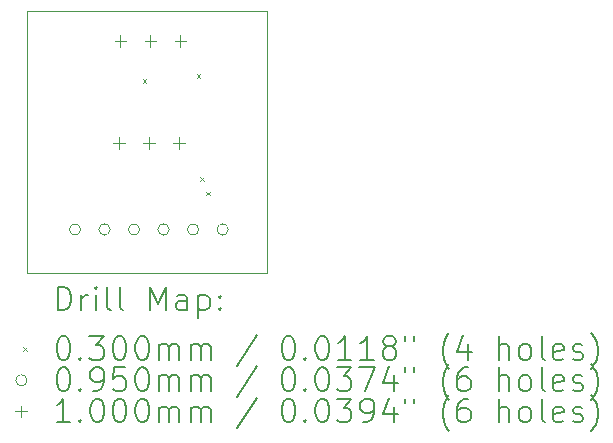
<source format=gbr>
%TF.GenerationSoftware,KiCad,Pcbnew,8.0.3*%
%TF.CreationDate,2024-11-04T16:36:46-08:00*%
%TF.ProjectId,MicPCB,4d696350-4342-42e6-9b69-6361645f7063,rev?*%
%TF.SameCoordinates,Original*%
%TF.FileFunction,Drillmap*%
%TF.FilePolarity,Positive*%
%FSLAX45Y45*%
G04 Gerber Fmt 4.5, Leading zero omitted, Abs format (unit mm)*
G04 Created by KiCad (PCBNEW 8.0.3) date 2024-11-04 16:36:46*
%MOMM*%
%LPD*%
G01*
G04 APERTURE LIST*
%ADD10C,0.050000*%
%ADD11C,0.200000*%
%ADD12C,0.100000*%
G04 APERTURE END LIST*
D10*
X8686800Y-5613400D02*
X10713720Y-5613400D01*
X10713720Y-7833360D01*
X8686800Y-7833360D01*
X8686800Y-5613400D01*
D11*
D12*
X9662400Y-6192760D02*
X9692400Y-6222760D01*
X9692400Y-6192760D02*
X9662400Y-6222760D01*
X10119600Y-6147040D02*
X10149600Y-6177040D01*
X10149600Y-6147040D02*
X10119600Y-6177040D01*
X10150080Y-7020800D02*
X10180080Y-7050800D01*
X10180080Y-7020800D02*
X10150080Y-7050800D01*
X10200880Y-7142720D02*
X10230880Y-7172720D01*
X10230880Y-7142720D02*
X10200880Y-7172720D01*
X9138000Y-7463000D02*
G75*
G02*
X9043000Y-7463000I-47500J0D01*
G01*
X9043000Y-7463000D02*
G75*
G02*
X9138000Y-7463000I47500J0D01*
G01*
X9388000Y-7463000D02*
G75*
G02*
X9293000Y-7463000I-47500J0D01*
G01*
X9293000Y-7463000D02*
G75*
G02*
X9388000Y-7463000I47500J0D01*
G01*
X9638000Y-7463000D02*
G75*
G02*
X9543000Y-7463000I-47500J0D01*
G01*
X9543000Y-7463000D02*
G75*
G02*
X9638000Y-7463000I47500J0D01*
G01*
X9888000Y-7463000D02*
G75*
G02*
X9793000Y-7463000I-47500J0D01*
G01*
X9793000Y-7463000D02*
G75*
G02*
X9888000Y-7463000I47500J0D01*
G01*
X10138000Y-7463000D02*
G75*
G02*
X10043000Y-7463000I-47500J0D01*
G01*
X10043000Y-7463000D02*
G75*
G02*
X10138000Y-7463000I47500J0D01*
G01*
X10388000Y-7463000D02*
G75*
G02*
X10293000Y-7463000I-47500J0D01*
G01*
X10293000Y-7463000D02*
G75*
G02*
X10388000Y-7463000I47500J0D01*
G01*
X9461500Y-6681000D02*
X9461500Y-6781000D01*
X9411500Y-6731000D02*
X9511500Y-6731000D01*
X9475700Y-5819980D02*
X9475700Y-5919980D01*
X9425700Y-5869980D02*
X9525700Y-5869980D01*
X9715500Y-6681000D02*
X9715500Y-6781000D01*
X9665500Y-6731000D02*
X9765500Y-6731000D01*
X9729700Y-5819980D02*
X9729700Y-5919980D01*
X9679700Y-5869980D02*
X9779700Y-5869980D01*
X9969500Y-6681000D02*
X9969500Y-6781000D01*
X9919500Y-6731000D02*
X10019500Y-6731000D01*
X9983700Y-5819980D02*
X9983700Y-5919980D01*
X9933700Y-5869980D02*
X10033700Y-5869980D01*
D11*
X8945077Y-8147344D02*
X8945077Y-7947344D01*
X8945077Y-7947344D02*
X8992696Y-7947344D01*
X8992696Y-7947344D02*
X9021267Y-7956868D01*
X9021267Y-7956868D02*
X9040315Y-7975915D01*
X9040315Y-7975915D02*
X9049839Y-7994963D01*
X9049839Y-7994963D02*
X9059363Y-8033058D01*
X9059363Y-8033058D02*
X9059363Y-8061629D01*
X9059363Y-8061629D02*
X9049839Y-8099725D01*
X9049839Y-8099725D02*
X9040315Y-8118772D01*
X9040315Y-8118772D02*
X9021267Y-8137820D01*
X9021267Y-8137820D02*
X8992696Y-8147344D01*
X8992696Y-8147344D02*
X8945077Y-8147344D01*
X9145077Y-8147344D02*
X9145077Y-8014010D01*
X9145077Y-8052106D02*
X9154601Y-8033058D01*
X9154601Y-8033058D02*
X9164124Y-8023534D01*
X9164124Y-8023534D02*
X9183172Y-8014010D01*
X9183172Y-8014010D02*
X9202220Y-8014010D01*
X9268886Y-8147344D02*
X9268886Y-8014010D01*
X9268886Y-7947344D02*
X9259363Y-7956868D01*
X9259363Y-7956868D02*
X9268886Y-7966391D01*
X9268886Y-7966391D02*
X9278410Y-7956868D01*
X9278410Y-7956868D02*
X9268886Y-7947344D01*
X9268886Y-7947344D02*
X9268886Y-7966391D01*
X9392696Y-8147344D02*
X9373648Y-8137820D01*
X9373648Y-8137820D02*
X9364124Y-8118772D01*
X9364124Y-8118772D02*
X9364124Y-7947344D01*
X9497458Y-8147344D02*
X9478410Y-8137820D01*
X9478410Y-8137820D02*
X9468886Y-8118772D01*
X9468886Y-8118772D02*
X9468886Y-7947344D01*
X9726029Y-8147344D02*
X9726029Y-7947344D01*
X9726029Y-7947344D02*
X9792696Y-8090201D01*
X9792696Y-8090201D02*
X9859363Y-7947344D01*
X9859363Y-7947344D02*
X9859363Y-8147344D01*
X10040315Y-8147344D02*
X10040315Y-8042582D01*
X10040315Y-8042582D02*
X10030791Y-8023534D01*
X10030791Y-8023534D02*
X10011744Y-8014010D01*
X10011744Y-8014010D02*
X9973648Y-8014010D01*
X9973648Y-8014010D02*
X9954601Y-8023534D01*
X10040315Y-8137820D02*
X10021267Y-8147344D01*
X10021267Y-8147344D02*
X9973648Y-8147344D01*
X9973648Y-8147344D02*
X9954601Y-8137820D01*
X9954601Y-8137820D02*
X9945077Y-8118772D01*
X9945077Y-8118772D02*
X9945077Y-8099725D01*
X9945077Y-8099725D02*
X9954601Y-8080677D01*
X9954601Y-8080677D02*
X9973648Y-8071153D01*
X9973648Y-8071153D02*
X10021267Y-8071153D01*
X10021267Y-8071153D02*
X10040315Y-8061629D01*
X10135553Y-8014010D02*
X10135553Y-8214010D01*
X10135553Y-8023534D02*
X10154601Y-8014010D01*
X10154601Y-8014010D02*
X10192696Y-8014010D01*
X10192696Y-8014010D02*
X10211744Y-8023534D01*
X10211744Y-8023534D02*
X10221267Y-8033058D01*
X10221267Y-8033058D02*
X10230791Y-8052106D01*
X10230791Y-8052106D02*
X10230791Y-8109248D01*
X10230791Y-8109248D02*
X10221267Y-8128296D01*
X10221267Y-8128296D02*
X10211744Y-8137820D01*
X10211744Y-8137820D02*
X10192696Y-8147344D01*
X10192696Y-8147344D02*
X10154601Y-8147344D01*
X10154601Y-8147344D02*
X10135553Y-8137820D01*
X10316505Y-8128296D02*
X10326029Y-8137820D01*
X10326029Y-8137820D02*
X10316505Y-8147344D01*
X10316505Y-8147344D02*
X10306982Y-8137820D01*
X10306982Y-8137820D02*
X10316505Y-8128296D01*
X10316505Y-8128296D02*
X10316505Y-8147344D01*
X10316505Y-8023534D02*
X10326029Y-8033058D01*
X10326029Y-8033058D02*
X10316505Y-8042582D01*
X10316505Y-8042582D02*
X10306982Y-8033058D01*
X10306982Y-8033058D02*
X10316505Y-8023534D01*
X10316505Y-8023534D02*
X10316505Y-8042582D01*
D12*
X8654300Y-8460860D02*
X8684300Y-8490860D01*
X8684300Y-8460860D02*
X8654300Y-8490860D01*
D11*
X8983172Y-8367344D02*
X9002220Y-8367344D01*
X9002220Y-8367344D02*
X9021267Y-8376868D01*
X9021267Y-8376868D02*
X9030791Y-8386391D01*
X9030791Y-8386391D02*
X9040315Y-8405439D01*
X9040315Y-8405439D02*
X9049839Y-8443534D01*
X9049839Y-8443534D02*
X9049839Y-8491153D01*
X9049839Y-8491153D02*
X9040315Y-8529249D01*
X9040315Y-8529249D02*
X9030791Y-8548296D01*
X9030791Y-8548296D02*
X9021267Y-8557820D01*
X9021267Y-8557820D02*
X9002220Y-8567344D01*
X9002220Y-8567344D02*
X8983172Y-8567344D01*
X8983172Y-8567344D02*
X8964124Y-8557820D01*
X8964124Y-8557820D02*
X8954601Y-8548296D01*
X8954601Y-8548296D02*
X8945077Y-8529249D01*
X8945077Y-8529249D02*
X8935553Y-8491153D01*
X8935553Y-8491153D02*
X8935553Y-8443534D01*
X8935553Y-8443534D02*
X8945077Y-8405439D01*
X8945077Y-8405439D02*
X8954601Y-8386391D01*
X8954601Y-8386391D02*
X8964124Y-8376868D01*
X8964124Y-8376868D02*
X8983172Y-8367344D01*
X9135553Y-8548296D02*
X9145077Y-8557820D01*
X9145077Y-8557820D02*
X9135553Y-8567344D01*
X9135553Y-8567344D02*
X9126029Y-8557820D01*
X9126029Y-8557820D02*
X9135553Y-8548296D01*
X9135553Y-8548296D02*
X9135553Y-8567344D01*
X9211744Y-8367344D02*
X9335553Y-8367344D01*
X9335553Y-8367344D02*
X9268886Y-8443534D01*
X9268886Y-8443534D02*
X9297458Y-8443534D01*
X9297458Y-8443534D02*
X9316505Y-8453058D01*
X9316505Y-8453058D02*
X9326029Y-8462582D01*
X9326029Y-8462582D02*
X9335553Y-8481630D01*
X9335553Y-8481630D02*
X9335553Y-8529249D01*
X9335553Y-8529249D02*
X9326029Y-8548296D01*
X9326029Y-8548296D02*
X9316505Y-8557820D01*
X9316505Y-8557820D02*
X9297458Y-8567344D01*
X9297458Y-8567344D02*
X9240315Y-8567344D01*
X9240315Y-8567344D02*
X9221267Y-8557820D01*
X9221267Y-8557820D02*
X9211744Y-8548296D01*
X9459363Y-8367344D02*
X9478410Y-8367344D01*
X9478410Y-8367344D02*
X9497458Y-8376868D01*
X9497458Y-8376868D02*
X9506982Y-8386391D01*
X9506982Y-8386391D02*
X9516505Y-8405439D01*
X9516505Y-8405439D02*
X9526029Y-8443534D01*
X9526029Y-8443534D02*
X9526029Y-8491153D01*
X9526029Y-8491153D02*
X9516505Y-8529249D01*
X9516505Y-8529249D02*
X9506982Y-8548296D01*
X9506982Y-8548296D02*
X9497458Y-8557820D01*
X9497458Y-8557820D02*
X9478410Y-8567344D01*
X9478410Y-8567344D02*
X9459363Y-8567344D01*
X9459363Y-8567344D02*
X9440315Y-8557820D01*
X9440315Y-8557820D02*
X9430791Y-8548296D01*
X9430791Y-8548296D02*
X9421267Y-8529249D01*
X9421267Y-8529249D02*
X9411744Y-8491153D01*
X9411744Y-8491153D02*
X9411744Y-8443534D01*
X9411744Y-8443534D02*
X9421267Y-8405439D01*
X9421267Y-8405439D02*
X9430791Y-8386391D01*
X9430791Y-8386391D02*
X9440315Y-8376868D01*
X9440315Y-8376868D02*
X9459363Y-8367344D01*
X9649839Y-8367344D02*
X9668886Y-8367344D01*
X9668886Y-8367344D02*
X9687934Y-8376868D01*
X9687934Y-8376868D02*
X9697458Y-8386391D01*
X9697458Y-8386391D02*
X9706982Y-8405439D01*
X9706982Y-8405439D02*
X9716505Y-8443534D01*
X9716505Y-8443534D02*
X9716505Y-8491153D01*
X9716505Y-8491153D02*
X9706982Y-8529249D01*
X9706982Y-8529249D02*
X9697458Y-8548296D01*
X9697458Y-8548296D02*
X9687934Y-8557820D01*
X9687934Y-8557820D02*
X9668886Y-8567344D01*
X9668886Y-8567344D02*
X9649839Y-8567344D01*
X9649839Y-8567344D02*
X9630791Y-8557820D01*
X9630791Y-8557820D02*
X9621267Y-8548296D01*
X9621267Y-8548296D02*
X9611744Y-8529249D01*
X9611744Y-8529249D02*
X9602220Y-8491153D01*
X9602220Y-8491153D02*
X9602220Y-8443534D01*
X9602220Y-8443534D02*
X9611744Y-8405439D01*
X9611744Y-8405439D02*
X9621267Y-8386391D01*
X9621267Y-8386391D02*
X9630791Y-8376868D01*
X9630791Y-8376868D02*
X9649839Y-8367344D01*
X9802220Y-8567344D02*
X9802220Y-8434010D01*
X9802220Y-8453058D02*
X9811744Y-8443534D01*
X9811744Y-8443534D02*
X9830791Y-8434010D01*
X9830791Y-8434010D02*
X9859363Y-8434010D01*
X9859363Y-8434010D02*
X9878410Y-8443534D01*
X9878410Y-8443534D02*
X9887934Y-8462582D01*
X9887934Y-8462582D02*
X9887934Y-8567344D01*
X9887934Y-8462582D02*
X9897458Y-8443534D01*
X9897458Y-8443534D02*
X9916505Y-8434010D01*
X9916505Y-8434010D02*
X9945077Y-8434010D01*
X9945077Y-8434010D02*
X9964125Y-8443534D01*
X9964125Y-8443534D02*
X9973648Y-8462582D01*
X9973648Y-8462582D02*
X9973648Y-8567344D01*
X10068886Y-8567344D02*
X10068886Y-8434010D01*
X10068886Y-8453058D02*
X10078410Y-8443534D01*
X10078410Y-8443534D02*
X10097458Y-8434010D01*
X10097458Y-8434010D02*
X10126029Y-8434010D01*
X10126029Y-8434010D02*
X10145077Y-8443534D01*
X10145077Y-8443534D02*
X10154601Y-8462582D01*
X10154601Y-8462582D02*
X10154601Y-8567344D01*
X10154601Y-8462582D02*
X10164125Y-8443534D01*
X10164125Y-8443534D02*
X10183172Y-8434010D01*
X10183172Y-8434010D02*
X10211744Y-8434010D01*
X10211744Y-8434010D02*
X10230791Y-8443534D01*
X10230791Y-8443534D02*
X10240315Y-8462582D01*
X10240315Y-8462582D02*
X10240315Y-8567344D01*
X10630791Y-8357820D02*
X10459363Y-8614963D01*
X10887934Y-8367344D02*
X10906982Y-8367344D01*
X10906982Y-8367344D02*
X10926029Y-8376868D01*
X10926029Y-8376868D02*
X10935553Y-8386391D01*
X10935553Y-8386391D02*
X10945077Y-8405439D01*
X10945077Y-8405439D02*
X10954601Y-8443534D01*
X10954601Y-8443534D02*
X10954601Y-8491153D01*
X10954601Y-8491153D02*
X10945077Y-8529249D01*
X10945077Y-8529249D02*
X10935553Y-8548296D01*
X10935553Y-8548296D02*
X10926029Y-8557820D01*
X10926029Y-8557820D02*
X10906982Y-8567344D01*
X10906982Y-8567344D02*
X10887934Y-8567344D01*
X10887934Y-8567344D02*
X10868887Y-8557820D01*
X10868887Y-8557820D02*
X10859363Y-8548296D01*
X10859363Y-8548296D02*
X10849839Y-8529249D01*
X10849839Y-8529249D02*
X10840315Y-8491153D01*
X10840315Y-8491153D02*
X10840315Y-8443534D01*
X10840315Y-8443534D02*
X10849839Y-8405439D01*
X10849839Y-8405439D02*
X10859363Y-8386391D01*
X10859363Y-8386391D02*
X10868887Y-8376868D01*
X10868887Y-8376868D02*
X10887934Y-8367344D01*
X11040315Y-8548296D02*
X11049839Y-8557820D01*
X11049839Y-8557820D02*
X11040315Y-8567344D01*
X11040315Y-8567344D02*
X11030791Y-8557820D01*
X11030791Y-8557820D02*
X11040315Y-8548296D01*
X11040315Y-8548296D02*
X11040315Y-8567344D01*
X11173648Y-8367344D02*
X11192696Y-8367344D01*
X11192696Y-8367344D02*
X11211744Y-8376868D01*
X11211744Y-8376868D02*
X11221267Y-8386391D01*
X11221267Y-8386391D02*
X11230791Y-8405439D01*
X11230791Y-8405439D02*
X11240315Y-8443534D01*
X11240315Y-8443534D02*
X11240315Y-8491153D01*
X11240315Y-8491153D02*
X11230791Y-8529249D01*
X11230791Y-8529249D02*
X11221267Y-8548296D01*
X11221267Y-8548296D02*
X11211744Y-8557820D01*
X11211744Y-8557820D02*
X11192696Y-8567344D01*
X11192696Y-8567344D02*
X11173648Y-8567344D01*
X11173648Y-8567344D02*
X11154601Y-8557820D01*
X11154601Y-8557820D02*
X11145077Y-8548296D01*
X11145077Y-8548296D02*
X11135553Y-8529249D01*
X11135553Y-8529249D02*
X11126029Y-8491153D01*
X11126029Y-8491153D02*
X11126029Y-8443534D01*
X11126029Y-8443534D02*
X11135553Y-8405439D01*
X11135553Y-8405439D02*
X11145077Y-8386391D01*
X11145077Y-8386391D02*
X11154601Y-8376868D01*
X11154601Y-8376868D02*
X11173648Y-8367344D01*
X11430791Y-8567344D02*
X11316506Y-8567344D01*
X11373648Y-8567344D02*
X11373648Y-8367344D01*
X11373648Y-8367344D02*
X11354601Y-8395915D01*
X11354601Y-8395915D02*
X11335553Y-8414963D01*
X11335553Y-8414963D02*
X11316506Y-8424487D01*
X11621267Y-8567344D02*
X11506982Y-8567344D01*
X11564125Y-8567344D02*
X11564125Y-8367344D01*
X11564125Y-8367344D02*
X11545077Y-8395915D01*
X11545077Y-8395915D02*
X11526029Y-8414963D01*
X11526029Y-8414963D02*
X11506982Y-8424487D01*
X11735553Y-8453058D02*
X11716506Y-8443534D01*
X11716506Y-8443534D02*
X11706982Y-8434010D01*
X11706982Y-8434010D02*
X11697458Y-8414963D01*
X11697458Y-8414963D02*
X11697458Y-8405439D01*
X11697458Y-8405439D02*
X11706982Y-8386391D01*
X11706982Y-8386391D02*
X11716506Y-8376868D01*
X11716506Y-8376868D02*
X11735553Y-8367344D01*
X11735553Y-8367344D02*
X11773648Y-8367344D01*
X11773648Y-8367344D02*
X11792696Y-8376868D01*
X11792696Y-8376868D02*
X11802220Y-8386391D01*
X11802220Y-8386391D02*
X11811744Y-8405439D01*
X11811744Y-8405439D02*
X11811744Y-8414963D01*
X11811744Y-8414963D02*
X11802220Y-8434010D01*
X11802220Y-8434010D02*
X11792696Y-8443534D01*
X11792696Y-8443534D02*
X11773648Y-8453058D01*
X11773648Y-8453058D02*
X11735553Y-8453058D01*
X11735553Y-8453058D02*
X11716506Y-8462582D01*
X11716506Y-8462582D02*
X11706982Y-8472106D01*
X11706982Y-8472106D02*
X11697458Y-8491153D01*
X11697458Y-8491153D02*
X11697458Y-8529249D01*
X11697458Y-8529249D02*
X11706982Y-8548296D01*
X11706982Y-8548296D02*
X11716506Y-8557820D01*
X11716506Y-8557820D02*
X11735553Y-8567344D01*
X11735553Y-8567344D02*
X11773648Y-8567344D01*
X11773648Y-8567344D02*
X11792696Y-8557820D01*
X11792696Y-8557820D02*
X11802220Y-8548296D01*
X11802220Y-8548296D02*
X11811744Y-8529249D01*
X11811744Y-8529249D02*
X11811744Y-8491153D01*
X11811744Y-8491153D02*
X11802220Y-8472106D01*
X11802220Y-8472106D02*
X11792696Y-8462582D01*
X11792696Y-8462582D02*
X11773648Y-8453058D01*
X11887934Y-8367344D02*
X11887934Y-8405439D01*
X11964125Y-8367344D02*
X11964125Y-8405439D01*
X12259363Y-8643534D02*
X12249839Y-8634010D01*
X12249839Y-8634010D02*
X12230791Y-8605439D01*
X12230791Y-8605439D02*
X12221268Y-8586391D01*
X12221268Y-8586391D02*
X12211744Y-8557820D01*
X12211744Y-8557820D02*
X12202220Y-8510201D01*
X12202220Y-8510201D02*
X12202220Y-8472106D01*
X12202220Y-8472106D02*
X12211744Y-8424487D01*
X12211744Y-8424487D02*
X12221268Y-8395915D01*
X12221268Y-8395915D02*
X12230791Y-8376868D01*
X12230791Y-8376868D02*
X12249839Y-8348296D01*
X12249839Y-8348296D02*
X12259363Y-8338772D01*
X12421268Y-8434010D02*
X12421268Y-8567344D01*
X12373648Y-8357820D02*
X12326029Y-8500677D01*
X12326029Y-8500677D02*
X12449839Y-8500677D01*
X12678410Y-8567344D02*
X12678410Y-8367344D01*
X12764125Y-8567344D02*
X12764125Y-8462582D01*
X12764125Y-8462582D02*
X12754601Y-8443534D01*
X12754601Y-8443534D02*
X12735553Y-8434010D01*
X12735553Y-8434010D02*
X12706982Y-8434010D01*
X12706982Y-8434010D02*
X12687934Y-8443534D01*
X12687934Y-8443534D02*
X12678410Y-8453058D01*
X12887934Y-8567344D02*
X12868887Y-8557820D01*
X12868887Y-8557820D02*
X12859363Y-8548296D01*
X12859363Y-8548296D02*
X12849839Y-8529249D01*
X12849839Y-8529249D02*
X12849839Y-8472106D01*
X12849839Y-8472106D02*
X12859363Y-8453058D01*
X12859363Y-8453058D02*
X12868887Y-8443534D01*
X12868887Y-8443534D02*
X12887934Y-8434010D01*
X12887934Y-8434010D02*
X12916506Y-8434010D01*
X12916506Y-8434010D02*
X12935553Y-8443534D01*
X12935553Y-8443534D02*
X12945077Y-8453058D01*
X12945077Y-8453058D02*
X12954601Y-8472106D01*
X12954601Y-8472106D02*
X12954601Y-8529249D01*
X12954601Y-8529249D02*
X12945077Y-8548296D01*
X12945077Y-8548296D02*
X12935553Y-8557820D01*
X12935553Y-8557820D02*
X12916506Y-8567344D01*
X12916506Y-8567344D02*
X12887934Y-8567344D01*
X13068887Y-8567344D02*
X13049839Y-8557820D01*
X13049839Y-8557820D02*
X13040315Y-8538772D01*
X13040315Y-8538772D02*
X13040315Y-8367344D01*
X13221268Y-8557820D02*
X13202220Y-8567344D01*
X13202220Y-8567344D02*
X13164125Y-8567344D01*
X13164125Y-8567344D02*
X13145077Y-8557820D01*
X13145077Y-8557820D02*
X13135553Y-8538772D01*
X13135553Y-8538772D02*
X13135553Y-8462582D01*
X13135553Y-8462582D02*
X13145077Y-8443534D01*
X13145077Y-8443534D02*
X13164125Y-8434010D01*
X13164125Y-8434010D02*
X13202220Y-8434010D01*
X13202220Y-8434010D02*
X13221268Y-8443534D01*
X13221268Y-8443534D02*
X13230791Y-8462582D01*
X13230791Y-8462582D02*
X13230791Y-8481630D01*
X13230791Y-8481630D02*
X13135553Y-8500677D01*
X13306982Y-8557820D02*
X13326030Y-8567344D01*
X13326030Y-8567344D02*
X13364125Y-8567344D01*
X13364125Y-8567344D02*
X13383172Y-8557820D01*
X13383172Y-8557820D02*
X13392696Y-8538772D01*
X13392696Y-8538772D02*
X13392696Y-8529249D01*
X13392696Y-8529249D02*
X13383172Y-8510201D01*
X13383172Y-8510201D02*
X13364125Y-8500677D01*
X13364125Y-8500677D02*
X13335553Y-8500677D01*
X13335553Y-8500677D02*
X13316506Y-8491153D01*
X13316506Y-8491153D02*
X13306982Y-8472106D01*
X13306982Y-8472106D02*
X13306982Y-8462582D01*
X13306982Y-8462582D02*
X13316506Y-8443534D01*
X13316506Y-8443534D02*
X13335553Y-8434010D01*
X13335553Y-8434010D02*
X13364125Y-8434010D01*
X13364125Y-8434010D02*
X13383172Y-8443534D01*
X13459363Y-8643534D02*
X13468887Y-8634010D01*
X13468887Y-8634010D02*
X13487934Y-8605439D01*
X13487934Y-8605439D02*
X13497458Y-8586391D01*
X13497458Y-8586391D02*
X13506982Y-8557820D01*
X13506982Y-8557820D02*
X13516506Y-8510201D01*
X13516506Y-8510201D02*
X13516506Y-8472106D01*
X13516506Y-8472106D02*
X13506982Y-8424487D01*
X13506982Y-8424487D02*
X13497458Y-8395915D01*
X13497458Y-8395915D02*
X13487934Y-8376868D01*
X13487934Y-8376868D02*
X13468887Y-8348296D01*
X13468887Y-8348296D02*
X13459363Y-8338772D01*
D12*
X8684300Y-8739860D02*
G75*
G02*
X8589300Y-8739860I-47500J0D01*
G01*
X8589300Y-8739860D02*
G75*
G02*
X8684300Y-8739860I47500J0D01*
G01*
D11*
X8983172Y-8631344D02*
X9002220Y-8631344D01*
X9002220Y-8631344D02*
X9021267Y-8640868D01*
X9021267Y-8640868D02*
X9030791Y-8650391D01*
X9030791Y-8650391D02*
X9040315Y-8669439D01*
X9040315Y-8669439D02*
X9049839Y-8707534D01*
X9049839Y-8707534D02*
X9049839Y-8755153D01*
X9049839Y-8755153D02*
X9040315Y-8793249D01*
X9040315Y-8793249D02*
X9030791Y-8812296D01*
X9030791Y-8812296D02*
X9021267Y-8821820D01*
X9021267Y-8821820D02*
X9002220Y-8831344D01*
X9002220Y-8831344D02*
X8983172Y-8831344D01*
X8983172Y-8831344D02*
X8964124Y-8821820D01*
X8964124Y-8821820D02*
X8954601Y-8812296D01*
X8954601Y-8812296D02*
X8945077Y-8793249D01*
X8945077Y-8793249D02*
X8935553Y-8755153D01*
X8935553Y-8755153D02*
X8935553Y-8707534D01*
X8935553Y-8707534D02*
X8945077Y-8669439D01*
X8945077Y-8669439D02*
X8954601Y-8650391D01*
X8954601Y-8650391D02*
X8964124Y-8640868D01*
X8964124Y-8640868D02*
X8983172Y-8631344D01*
X9135553Y-8812296D02*
X9145077Y-8821820D01*
X9145077Y-8821820D02*
X9135553Y-8831344D01*
X9135553Y-8831344D02*
X9126029Y-8821820D01*
X9126029Y-8821820D02*
X9135553Y-8812296D01*
X9135553Y-8812296D02*
X9135553Y-8831344D01*
X9240315Y-8831344D02*
X9278410Y-8831344D01*
X9278410Y-8831344D02*
X9297458Y-8821820D01*
X9297458Y-8821820D02*
X9306982Y-8812296D01*
X9306982Y-8812296D02*
X9326029Y-8783725D01*
X9326029Y-8783725D02*
X9335553Y-8745630D01*
X9335553Y-8745630D02*
X9335553Y-8669439D01*
X9335553Y-8669439D02*
X9326029Y-8650391D01*
X9326029Y-8650391D02*
X9316505Y-8640868D01*
X9316505Y-8640868D02*
X9297458Y-8631344D01*
X9297458Y-8631344D02*
X9259363Y-8631344D01*
X9259363Y-8631344D02*
X9240315Y-8640868D01*
X9240315Y-8640868D02*
X9230791Y-8650391D01*
X9230791Y-8650391D02*
X9221267Y-8669439D01*
X9221267Y-8669439D02*
X9221267Y-8717058D01*
X9221267Y-8717058D02*
X9230791Y-8736106D01*
X9230791Y-8736106D02*
X9240315Y-8745630D01*
X9240315Y-8745630D02*
X9259363Y-8755153D01*
X9259363Y-8755153D02*
X9297458Y-8755153D01*
X9297458Y-8755153D02*
X9316505Y-8745630D01*
X9316505Y-8745630D02*
X9326029Y-8736106D01*
X9326029Y-8736106D02*
X9335553Y-8717058D01*
X9516505Y-8631344D02*
X9421267Y-8631344D01*
X9421267Y-8631344D02*
X9411744Y-8726582D01*
X9411744Y-8726582D02*
X9421267Y-8717058D01*
X9421267Y-8717058D02*
X9440315Y-8707534D01*
X9440315Y-8707534D02*
X9487934Y-8707534D01*
X9487934Y-8707534D02*
X9506982Y-8717058D01*
X9506982Y-8717058D02*
X9516505Y-8726582D01*
X9516505Y-8726582D02*
X9526029Y-8745630D01*
X9526029Y-8745630D02*
X9526029Y-8793249D01*
X9526029Y-8793249D02*
X9516505Y-8812296D01*
X9516505Y-8812296D02*
X9506982Y-8821820D01*
X9506982Y-8821820D02*
X9487934Y-8831344D01*
X9487934Y-8831344D02*
X9440315Y-8831344D01*
X9440315Y-8831344D02*
X9421267Y-8821820D01*
X9421267Y-8821820D02*
X9411744Y-8812296D01*
X9649839Y-8631344D02*
X9668886Y-8631344D01*
X9668886Y-8631344D02*
X9687934Y-8640868D01*
X9687934Y-8640868D02*
X9697458Y-8650391D01*
X9697458Y-8650391D02*
X9706982Y-8669439D01*
X9706982Y-8669439D02*
X9716505Y-8707534D01*
X9716505Y-8707534D02*
X9716505Y-8755153D01*
X9716505Y-8755153D02*
X9706982Y-8793249D01*
X9706982Y-8793249D02*
X9697458Y-8812296D01*
X9697458Y-8812296D02*
X9687934Y-8821820D01*
X9687934Y-8821820D02*
X9668886Y-8831344D01*
X9668886Y-8831344D02*
X9649839Y-8831344D01*
X9649839Y-8831344D02*
X9630791Y-8821820D01*
X9630791Y-8821820D02*
X9621267Y-8812296D01*
X9621267Y-8812296D02*
X9611744Y-8793249D01*
X9611744Y-8793249D02*
X9602220Y-8755153D01*
X9602220Y-8755153D02*
X9602220Y-8707534D01*
X9602220Y-8707534D02*
X9611744Y-8669439D01*
X9611744Y-8669439D02*
X9621267Y-8650391D01*
X9621267Y-8650391D02*
X9630791Y-8640868D01*
X9630791Y-8640868D02*
X9649839Y-8631344D01*
X9802220Y-8831344D02*
X9802220Y-8698010D01*
X9802220Y-8717058D02*
X9811744Y-8707534D01*
X9811744Y-8707534D02*
X9830791Y-8698010D01*
X9830791Y-8698010D02*
X9859363Y-8698010D01*
X9859363Y-8698010D02*
X9878410Y-8707534D01*
X9878410Y-8707534D02*
X9887934Y-8726582D01*
X9887934Y-8726582D02*
X9887934Y-8831344D01*
X9887934Y-8726582D02*
X9897458Y-8707534D01*
X9897458Y-8707534D02*
X9916505Y-8698010D01*
X9916505Y-8698010D02*
X9945077Y-8698010D01*
X9945077Y-8698010D02*
X9964125Y-8707534D01*
X9964125Y-8707534D02*
X9973648Y-8726582D01*
X9973648Y-8726582D02*
X9973648Y-8831344D01*
X10068886Y-8831344D02*
X10068886Y-8698010D01*
X10068886Y-8717058D02*
X10078410Y-8707534D01*
X10078410Y-8707534D02*
X10097458Y-8698010D01*
X10097458Y-8698010D02*
X10126029Y-8698010D01*
X10126029Y-8698010D02*
X10145077Y-8707534D01*
X10145077Y-8707534D02*
X10154601Y-8726582D01*
X10154601Y-8726582D02*
X10154601Y-8831344D01*
X10154601Y-8726582D02*
X10164125Y-8707534D01*
X10164125Y-8707534D02*
X10183172Y-8698010D01*
X10183172Y-8698010D02*
X10211744Y-8698010D01*
X10211744Y-8698010D02*
X10230791Y-8707534D01*
X10230791Y-8707534D02*
X10240315Y-8726582D01*
X10240315Y-8726582D02*
X10240315Y-8831344D01*
X10630791Y-8621820D02*
X10459363Y-8878963D01*
X10887934Y-8631344D02*
X10906982Y-8631344D01*
X10906982Y-8631344D02*
X10926029Y-8640868D01*
X10926029Y-8640868D02*
X10935553Y-8650391D01*
X10935553Y-8650391D02*
X10945077Y-8669439D01*
X10945077Y-8669439D02*
X10954601Y-8707534D01*
X10954601Y-8707534D02*
X10954601Y-8755153D01*
X10954601Y-8755153D02*
X10945077Y-8793249D01*
X10945077Y-8793249D02*
X10935553Y-8812296D01*
X10935553Y-8812296D02*
X10926029Y-8821820D01*
X10926029Y-8821820D02*
X10906982Y-8831344D01*
X10906982Y-8831344D02*
X10887934Y-8831344D01*
X10887934Y-8831344D02*
X10868887Y-8821820D01*
X10868887Y-8821820D02*
X10859363Y-8812296D01*
X10859363Y-8812296D02*
X10849839Y-8793249D01*
X10849839Y-8793249D02*
X10840315Y-8755153D01*
X10840315Y-8755153D02*
X10840315Y-8707534D01*
X10840315Y-8707534D02*
X10849839Y-8669439D01*
X10849839Y-8669439D02*
X10859363Y-8650391D01*
X10859363Y-8650391D02*
X10868887Y-8640868D01*
X10868887Y-8640868D02*
X10887934Y-8631344D01*
X11040315Y-8812296D02*
X11049839Y-8821820D01*
X11049839Y-8821820D02*
X11040315Y-8831344D01*
X11040315Y-8831344D02*
X11030791Y-8821820D01*
X11030791Y-8821820D02*
X11040315Y-8812296D01*
X11040315Y-8812296D02*
X11040315Y-8831344D01*
X11173648Y-8631344D02*
X11192696Y-8631344D01*
X11192696Y-8631344D02*
X11211744Y-8640868D01*
X11211744Y-8640868D02*
X11221267Y-8650391D01*
X11221267Y-8650391D02*
X11230791Y-8669439D01*
X11230791Y-8669439D02*
X11240315Y-8707534D01*
X11240315Y-8707534D02*
X11240315Y-8755153D01*
X11240315Y-8755153D02*
X11230791Y-8793249D01*
X11230791Y-8793249D02*
X11221267Y-8812296D01*
X11221267Y-8812296D02*
X11211744Y-8821820D01*
X11211744Y-8821820D02*
X11192696Y-8831344D01*
X11192696Y-8831344D02*
X11173648Y-8831344D01*
X11173648Y-8831344D02*
X11154601Y-8821820D01*
X11154601Y-8821820D02*
X11145077Y-8812296D01*
X11145077Y-8812296D02*
X11135553Y-8793249D01*
X11135553Y-8793249D02*
X11126029Y-8755153D01*
X11126029Y-8755153D02*
X11126029Y-8707534D01*
X11126029Y-8707534D02*
X11135553Y-8669439D01*
X11135553Y-8669439D02*
X11145077Y-8650391D01*
X11145077Y-8650391D02*
X11154601Y-8640868D01*
X11154601Y-8640868D02*
X11173648Y-8631344D01*
X11306982Y-8631344D02*
X11430791Y-8631344D01*
X11430791Y-8631344D02*
X11364125Y-8707534D01*
X11364125Y-8707534D02*
X11392696Y-8707534D01*
X11392696Y-8707534D02*
X11411744Y-8717058D01*
X11411744Y-8717058D02*
X11421267Y-8726582D01*
X11421267Y-8726582D02*
X11430791Y-8745630D01*
X11430791Y-8745630D02*
X11430791Y-8793249D01*
X11430791Y-8793249D02*
X11421267Y-8812296D01*
X11421267Y-8812296D02*
X11411744Y-8821820D01*
X11411744Y-8821820D02*
X11392696Y-8831344D01*
X11392696Y-8831344D02*
X11335553Y-8831344D01*
X11335553Y-8831344D02*
X11316506Y-8821820D01*
X11316506Y-8821820D02*
X11306982Y-8812296D01*
X11497458Y-8631344D02*
X11630791Y-8631344D01*
X11630791Y-8631344D02*
X11545077Y-8831344D01*
X11792696Y-8698010D02*
X11792696Y-8831344D01*
X11745077Y-8621820D02*
X11697458Y-8764677D01*
X11697458Y-8764677D02*
X11821267Y-8764677D01*
X11887934Y-8631344D02*
X11887934Y-8669439D01*
X11964125Y-8631344D02*
X11964125Y-8669439D01*
X12259363Y-8907534D02*
X12249839Y-8898010D01*
X12249839Y-8898010D02*
X12230791Y-8869439D01*
X12230791Y-8869439D02*
X12221268Y-8850391D01*
X12221268Y-8850391D02*
X12211744Y-8821820D01*
X12211744Y-8821820D02*
X12202220Y-8774201D01*
X12202220Y-8774201D02*
X12202220Y-8736106D01*
X12202220Y-8736106D02*
X12211744Y-8688487D01*
X12211744Y-8688487D02*
X12221268Y-8659915D01*
X12221268Y-8659915D02*
X12230791Y-8640868D01*
X12230791Y-8640868D02*
X12249839Y-8612296D01*
X12249839Y-8612296D02*
X12259363Y-8602772D01*
X12421268Y-8631344D02*
X12383172Y-8631344D01*
X12383172Y-8631344D02*
X12364125Y-8640868D01*
X12364125Y-8640868D02*
X12354601Y-8650391D01*
X12354601Y-8650391D02*
X12335553Y-8678963D01*
X12335553Y-8678963D02*
X12326029Y-8717058D01*
X12326029Y-8717058D02*
X12326029Y-8793249D01*
X12326029Y-8793249D02*
X12335553Y-8812296D01*
X12335553Y-8812296D02*
X12345077Y-8821820D01*
X12345077Y-8821820D02*
X12364125Y-8831344D01*
X12364125Y-8831344D02*
X12402220Y-8831344D01*
X12402220Y-8831344D02*
X12421268Y-8821820D01*
X12421268Y-8821820D02*
X12430791Y-8812296D01*
X12430791Y-8812296D02*
X12440315Y-8793249D01*
X12440315Y-8793249D02*
X12440315Y-8745630D01*
X12440315Y-8745630D02*
X12430791Y-8726582D01*
X12430791Y-8726582D02*
X12421268Y-8717058D01*
X12421268Y-8717058D02*
X12402220Y-8707534D01*
X12402220Y-8707534D02*
X12364125Y-8707534D01*
X12364125Y-8707534D02*
X12345077Y-8717058D01*
X12345077Y-8717058D02*
X12335553Y-8726582D01*
X12335553Y-8726582D02*
X12326029Y-8745630D01*
X12678410Y-8831344D02*
X12678410Y-8631344D01*
X12764125Y-8831344D02*
X12764125Y-8726582D01*
X12764125Y-8726582D02*
X12754601Y-8707534D01*
X12754601Y-8707534D02*
X12735553Y-8698010D01*
X12735553Y-8698010D02*
X12706982Y-8698010D01*
X12706982Y-8698010D02*
X12687934Y-8707534D01*
X12687934Y-8707534D02*
X12678410Y-8717058D01*
X12887934Y-8831344D02*
X12868887Y-8821820D01*
X12868887Y-8821820D02*
X12859363Y-8812296D01*
X12859363Y-8812296D02*
X12849839Y-8793249D01*
X12849839Y-8793249D02*
X12849839Y-8736106D01*
X12849839Y-8736106D02*
X12859363Y-8717058D01*
X12859363Y-8717058D02*
X12868887Y-8707534D01*
X12868887Y-8707534D02*
X12887934Y-8698010D01*
X12887934Y-8698010D02*
X12916506Y-8698010D01*
X12916506Y-8698010D02*
X12935553Y-8707534D01*
X12935553Y-8707534D02*
X12945077Y-8717058D01*
X12945077Y-8717058D02*
X12954601Y-8736106D01*
X12954601Y-8736106D02*
X12954601Y-8793249D01*
X12954601Y-8793249D02*
X12945077Y-8812296D01*
X12945077Y-8812296D02*
X12935553Y-8821820D01*
X12935553Y-8821820D02*
X12916506Y-8831344D01*
X12916506Y-8831344D02*
X12887934Y-8831344D01*
X13068887Y-8831344D02*
X13049839Y-8821820D01*
X13049839Y-8821820D02*
X13040315Y-8802772D01*
X13040315Y-8802772D02*
X13040315Y-8631344D01*
X13221268Y-8821820D02*
X13202220Y-8831344D01*
X13202220Y-8831344D02*
X13164125Y-8831344D01*
X13164125Y-8831344D02*
X13145077Y-8821820D01*
X13145077Y-8821820D02*
X13135553Y-8802772D01*
X13135553Y-8802772D02*
X13135553Y-8726582D01*
X13135553Y-8726582D02*
X13145077Y-8707534D01*
X13145077Y-8707534D02*
X13164125Y-8698010D01*
X13164125Y-8698010D02*
X13202220Y-8698010D01*
X13202220Y-8698010D02*
X13221268Y-8707534D01*
X13221268Y-8707534D02*
X13230791Y-8726582D01*
X13230791Y-8726582D02*
X13230791Y-8745630D01*
X13230791Y-8745630D02*
X13135553Y-8764677D01*
X13306982Y-8821820D02*
X13326030Y-8831344D01*
X13326030Y-8831344D02*
X13364125Y-8831344D01*
X13364125Y-8831344D02*
X13383172Y-8821820D01*
X13383172Y-8821820D02*
X13392696Y-8802772D01*
X13392696Y-8802772D02*
X13392696Y-8793249D01*
X13392696Y-8793249D02*
X13383172Y-8774201D01*
X13383172Y-8774201D02*
X13364125Y-8764677D01*
X13364125Y-8764677D02*
X13335553Y-8764677D01*
X13335553Y-8764677D02*
X13316506Y-8755153D01*
X13316506Y-8755153D02*
X13306982Y-8736106D01*
X13306982Y-8736106D02*
X13306982Y-8726582D01*
X13306982Y-8726582D02*
X13316506Y-8707534D01*
X13316506Y-8707534D02*
X13335553Y-8698010D01*
X13335553Y-8698010D02*
X13364125Y-8698010D01*
X13364125Y-8698010D02*
X13383172Y-8707534D01*
X13459363Y-8907534D02*
X13468887Y-8898010D01*
X13468887Y-8898010D02*
X13487934Y-8869439D01*
X13487934Y-8869439D02*
X13497458Y-8850391D01*
X13497458Y-8850391D02*
X13506982Y-8821820D01*
X13506982Y-8821820D02*
X13516506Y-8774201D01*
X13516506Y-8774201D02*
X13516506Y-8736106D01*
X13516506Y-8736106D02*
X13506982Y-8688487D01*
X13506982Y-8688487D02*
X13497458Y-8659915D01*
X13497458Y-8659915D02*
X13487934Y-8640868D01*
X13487934Y-8640868D02*
X13468887Y-8612296D01*
X13468887Y-8612296D02*
X13459363Y-8602772D01*
D12*
X8634300Y-8953860D02*
X8634300Y-9053860D01*
X8584300Y-9003860D02*
X8684300Y-9003860D01*
D11*
X9049839Y-9095344D02*
X8935553Y-9095344D01*
X8992696Y-9095344D02*
X8992696Y-8895344D01*
X8992696Y-8895344D02*
X8973648Y-8923915D01*
X8973648Y-8923915D02*
X8954601Y-8942963D01*
X8954601Y-8942963D02*
X8935553Y-8952487D01*
X9135553Y-9076296D02*
X9145077Y-9085820D01*
X9145077Y-9085820D02*
X9135553Y-9095344D01*
X9135553Y-9095344D02*
X9126029Y-9085820D01*
X9126029Y-9085820D02*
X9135553Y-9076296D01*
X9135553Y-9076296D02*
X9135553Y-9095344D01*
X9268886Y-8895344D02*
X9287934Y-8895344D01*
X9287934Y-8895344D02*
X9306982Y-8904868D01*
X9306982Y-8904868D02*
X9316505Y-8914391D01*
X9316505Y-8914391D02*
X9326029Y-8933439D01*
X9326029Y-8933439D02*
X9335553Y-8971534D01*
X9335553Y-8971534D02*
X9335553Y-9019153D01*
X9335553Y-9019153D02*
X9326029Y-9057249D01*
X9326029Y-9057249D02*
X9316505Y-9076296D01*
X9316505Y-9076296D02*
X9306982Y-9085820D01*
X9306982Y-9085820D02*
X9287934Y-9095344D01*
X9287934Y-9095344D02*
X9268886Y-9095344D01*
X9268886Y-9095344D02*
X9249839Y-9085820D01*
X9249839Y-9085820D02*
X9240315Y-9076296D01*
X9240315Y-9076296D02*
X9230791Y-9057249D01*
X9230791Y-9057249D02*
X9221267Y-9019153D01*
X9221267Y-9019153D02*
X9221267Y-8971534D01*
X9221267Y-8971534D02*
X9230791Y-8933439D01*
X9230791Y-8933439D02*
X9240315Y-8914391D01*
X9240315Y-8914391D02*
X9249839Y-8904868D01*
X9249839Y-8904868D02*
X9268886Y-8895344D01*
X9459363Y-8895344D02*
X9478410Y-8895344D01*
X9478410Y-8895344D02*
X9497458Y-8904868D01*
X9497458Y-8904868D02*
X9506982Y-8914391D01*
X9506982Y-8914391D02*
X9516505Y-8933439D01*
X9516505Y-8933439D02*
X9526029Y-8971534D01*
X9526029Y-8971534D02*
X9526029Y-9019153D01*
X9526029Y-9019153D02*
X9516505Y-9057249D01*
X9516505Y-9057249D02*
X9506982Y-9076296D01*
X9506982Y-9076296D02*
X9497458Y-9085820D01*
X9497458Y-9085820D02*
X9478410Y-9095344D01*
X9478410Y-9095344D02*
X9459363Y-9095344D01*
X9459363Y-9095344D02*
X9440315Y-9085820D01*
X9440315Y-9085820D02*
X9430791Y-9076296D01*
X9430791Y-9076296D02*
X9421267Y-9057249D01*
X9421267Y-9057249D02*
X9411744Y-9019153D01*
X9411744Y-9019153D02*
X9411744Y-8971534D01*
X9411744Y-8971534D02*
X9421267Y-8933439D01*
X9421267Y-8933439D02*
X9430791Y-8914391D01*
X9430791Y-8914391D02*
X9440315Y-8904868D01*
X9440315Y-8904868D02*
X9459363Y-8895344D01*
X9649839Y-8895344D02*
X9668886Y-8895344D01*
X9668886Y-8895344D02*
X9687934Y-8904868D01*
X9687934Y-8904868D02*
X9697458Y-8914391D01*
X9697458Y-8914391D02*
X9706982Y-8933439D01*
X9706982Y-8933439D02*
X9716505Y-8971534D01*
X9716505Y-8971534D02*
X9716505Y-9019153D01*
X9716505Y-9019153D02*
X9706982Y-9057249D01*
X9706982Y-9057249D02*
X9697458Y-9076296D01*
X9697458Y-9076296D02*
X9687934Y-9085820D01*
X9687934Y-9085820D02*
X9668886Y-9095344D01*
X9668886Y-9095344D02*
X9649839Y-9095344D01*
X9649839Y-9095344D02*
X9630791Y-9085820D01*
X9630791Y-9085820D02*
X9621267Y-9076296D01*
X9621267Y-9076296D02*
X9611744Y-9057249D01*
X9611744Y-9057249D02*
X9602220Y-9019153D01*
X9602220Y-9019153D02*
X9602220Y-8971534D01*
X9602220Y-8971534D02*
X9611744Y-8933439D01*
X9611744Y-8933439D02*
X9621267Y-8914391D01*
X9621267Y-8914391D02*
X9630791Y-8904868D01*
X9630791Y-8904868D02*
X9649839Y-8895344D01*
X9802220Y-9095344D02*
X9802220Y-8962010D01*
X9802220Y-8981058D02*
X9811744Y-8971534D01*
X9811744Y-8971534D02*
X9830791Y-8962010D01*
X9830791Y-8962010D02*
X9859363Y-8962010D01*
X9859363Y-8962010D02*
X9878410Y-8971534D01*
X9878410Y-8971534D02*
X9887934Y-8990582D01*
X9887934Y-8990582D02*
X9887934Y-9095344D01*
X9887934Y-8990582D02*
X9897458Y-8971534D01*
X9897458Y-8971534D02*
X9916505Y-8962010D01*
X9916505Y-8962010D02*
X9945077Y-8962010D01*
X9945077Y-8962010D02*
X9964125Y-8971534D01*
X9964125Y-8971534D02*
X9973648Y-8990582D01*
X9973648Y-8990582D02*
X9973648Y-9095344D01*
X10068886Y-9095344D02*
X10068886Y-8962010D01*
X10068886Y-8981058D02*
X10078410Y-8971534D01*
X10078410Y-8971534D02*
X10097458Y-8962010D01*
X10097458Y-8962010D02*
X10126029Y-8962010D01*
X10126029Y-8962010D02*
X10145077Y-8971534D01*
X10145077Y-8971534D02*
X10154601Y-8990582D01*
X10154601Y-8990582D02*
X10154601Y-9095344D01*
X10154601Y-8990582D02*
X10164125Y-8971534D01*
X10164125Y-8971534D02*
X10183172Y-8962010D01*
X10183172Y-8962010D02*
X10211744Y-8962010D01*
X10211744Y-8962010D02*
X10230791Y-8971534D01*
X10230791Y-8971534D02*
X10240315Y-8990582D01*
X10240315Y-8990582D02*
X10240315Y-9095344D01*
X10630791Y-8885820D02*
X10459363Y-9142963D01*
X10887934Y-8895344D02*
X10906982Y-8895344D01*
X10906982Y-8895344D02*
X10926029Y-8904868D01*
X10926029Y-8904868D02*
X10935553Y-8914391D01*
X10935553Y-8914391D02*
X10945077Y-8933439D01*
X10945077Y-8933439D02*
X10954601Y-8971534D01*
X10954601Y-8971534D02*
X10954601Y-9019153D01*
X10954601Y-9019153D02*
X10945077Y-9057249D01*
X10945077Y-9057249D02*
X10935553Y-9076296D01*
X10935553Y-9076296D02*
X10926029Y-9085820D01*
X10926029Y-9085820D02*
X10906982Y-9095344D01*
X10906982Y-9095344D02*
X10887934Y-9095344D01*
X10887934Y-9095344D02*
X10868887Y-9085820D01*
X10868887Y-9085820D02*
X10859363Y-9076296D01*
X10859363Y-9076296D02*
X10849839Y-9057249D01*
X10849839Y-9057249D02*
X10840315Y-9019153D01*
X10840315Y-9019153D02*
X10840315Y-8971534D01*
X10840315Y-8971534D02*
X10849839Y-8933439D01*
X10849839Y-8933439D02*
X10859363Y-8914391D01*
X10859363Y-8914391D02*
X10868887Y-8904868D01*
X10868887Y-8904868D02*
X10887934Y-8895344D01*
X11040315Y-9076296D02*
X11049839Y-9085820D01*
X11049839Y-9085820D02*
X11040315Y-9095344D01*
X11040315Y-9095344D02*
X11030791Y-9085820D01*
X11030791Y-9085820D02*
X11040315Y-9076296D01*
X11040315Y-9076296D02*
X11040315Y-9095344D01*
X11173648Y-8895344D02*
X11192696Y-8895344D01*
X11192696Y-8895344D02*
X11211744Y-8904868D01*
X11211744Y-8904868D02*
X11221267Y-8914391D01*
X11221267Y-8914391D02*
X11230791Y-8933439D01*
X11230791Y-8933439D02*
X11240315Y-8971534D01*
X11240315Y-8971534D02*
X11240315Y-9019153D01*
X11240315Y-9019153D02*
X11230791Y-9057249D01*
X11230791Y-9057249D02*
X11221267Y-9076296D01*
X11221267Y-9076296D02*
X11211744Y-9085820D01*
X11211744Y-9085820D02*
X11192696Y-9095344D01*
X11192696Y-9095344D02*
X11173648Y-9095344D01*
X11173648Y-9095344D02*
X11154601Y-9085820D01*
X11154601Y-9085820D02*
X11145077Y-9076296D01*
X11145077Y-9076296D02*
X11135553Y-9057249D01*
X11135553Y-9057249D02*
X11126029Y-9019153D01*
X11126029Y-9019153D02*
X11126029Y-8971534D01*
X11126029Y-8971534D02*
X11135553Y-8933439D01*
X11135553Y-8933439D02*
X11145077Y-8914391D01*
X11145077Y-8914391D02*
X11154601Y-8904868D01*
X11154601Y-8904868D02*
X11173648Y-8895344D01*
X11306982Y-8895344D02*
X11430791Y-8895344D01*
X11430791Y-8895344D02*
X11364125Y-8971534D01*
X11364125Y-8971534D02*
X11392696Y-8971534D01*
X11392696Y-8971534D02*
X11411744Y-8981058D01*
X11411744Y-8981058D02*
X11421267Y-8990582D01*
X11421267Y-8990582D02*
X11430791Y-9009630D01*
X11430791Y-9009630D02*
X11430791Y-9057249D01*
X11430791Y-9057249D02*
X11421267Y-9076296D01*
X11421267Y-9076296D02*
X11411744Y-9085820D01*
X11411744Y-9085820D02*
X11392696Y-9095344D01*
X11392696Y-9095344D02*
X11335553Y-9095344D01*
X11335553Y-9095344D02*
X11316506Y-9085820D01*
X11316506Y-9085820D02*
X11306982Y-9076296D01*
X11526029Y-9095344D02*
X11564125Y-9095344D01*
X11564125Y-9095344D02*
X11583172Y-9085820D01*
X11583172Y-9085820D02*
X11592696Y-9076296D01*
X11592696Y-9076296D02*
X11611744Y-9047725D01*
X11611744Y-9047725D02*
X11621267Y-9009630D01*
X11621267Y-9009630D02*
X11621267Y-8933439D01*
X11621267Y-8933439D02*
X11611744Y-8914391D01*
X11611744Y-8914391D02*
X11602220Y-8904868D01*
X11602220Y-8904868D02*
X11583172Y-8895344D01*
X11583172Y-8895344D02*
X11545077Y-8895344D01*
X11545077Y-8895344D02*
X11526029Y-8904868D01*
X11526029Y-8904868D02*
X11516506Y-8914391D01*
X11516506Y-8914391D02*
X11506982Y-8933439D01*
X11506982Y-8933439D02*
X11506982Y-8981058D01*
X11506982Y-8981058D02*
X11516506Y-9000106D01*
X11516506Y-9000106D02*
X11526029Y-9009630D01*
X11526029Y-9009630D02*
X11545077Y-9019153D01*
X11545077Y-9019153D02*
X11583172Y-9019153D01*
X11583172Y-9019153D02*
X11602220Y-9009630D01*
X11602220Y-9009630D02*
X11611744Y-9000106D01*
X11611744Y-9000106D02*
X11621267Y-8981058D01*
X11792696Y-8962010D02*
X11792696Y-9095344D01*
X11745077Y-8885820D02*
X11697458Y-9028677D01*
X11697458Y-9028677D02*
X11821267Y-9028677D01*
X11887934Y-8895344D02*
X11887934Y-8933439D01*
X11964125Y-8895344D02*
X11964125Y-8933439D01*
X12259363Y-9171534D02*
X12249839Y-9162010D01*
X12249839Y-9162010D02*
X12230791Y-9133439D01*
X12230791Y-9133439D02*
X12221268Y-9114391D01*
X12221268Y-9114391D02*
X12211744Y-9085820D01*
X12211744Y-9085820D02*
X12202220Y-9038201D01*
X12202220Y-9038201D02*
X12202220Y-9000106D01*
X12202220Y-9000106D02*
X12211744Y-8952487D01*
X12211744Y-8952487D02*
X12221268Y-8923915D01*
X12221268Y-8923915D02*
X12230791Y-8904868D01*
X12230791Y-8904868D02*
X12249839Y-8876296D01*
X12249839Y-8876296D02*
X12259363Y-8866772D01*
X12421268Y-8895344D02*
X12383172Y-8895344D01*
X12383172Y-8895344D02*
X12364125Y-8904868D01*
X12364125Y-8904868D02*
X12354601Y-8914391D01*
X12354601Y-8914391D02*
X12335553Y-8942963D01*
X12335553Y-8942963D02*
X12326029Y-8981058D01*
X12326029Y-8981058D02*
X12326029Y-9057249D01*
X12326029Y-9057249D02*
X12335553Y-9076296D01*
X12335553Y-9076296D02*
X12345077Y-9085820D01*
X12345077Y-9085820D02*
X12364125Y-9095344D01*
X12364125Y-9095344D02*
X12402220Y-9095344D01*
X12402220Y-9095344D02*
X12421268Y-9085820D01*
X12421268Y-9085820D02*
X12430791Y-9076296D01*
X12430791Y-9076296D02*
X12440315Y-9057249D01*
X12440315Y-9057249D02*
X12440315Y-9009630D01*
X12440315Y-9009630D02*
X12430791Y-8990582D01*
X12430791Y-8990582D02*
X12421268Y-8981058D01*
X12421268Y-8981058D02*
X12402220Y-8971534D01*
X12402220Y-8971534D02*
X12364125Y-8971534D01*
X12364125Y-8971534D02*
X12345077Y-8981058D01*
X12345077Y-8981058D02*
X12335553Y-8990582D01*
X12335553Y-8990582D02*
X12326029Y-9009630D01*
X12678410Y-9095344D02*
X12678410Y-8895344D01*
X12764125Y-9095344D02*
X12764125Y-8990582D01*
X12764125Y-8990582D02*
X12754601Y-8971534D01*
X12754601Y-8971534D02*
X12735553Y-8962010D01*
X12735553Y-8962010D02*
X12706982Y-8962010D01*
X12706982Y-8962010D02*
X12687934Y-8971534D01*
X12687934Y-8971534D02*
X12678410Y-8981058D01*
X12887934Y-9095344D02*
X12868887Y-9085820D01*
X12868887Y-9085820D02*
X12859363Y-9076296D01*
X12859363Y-9076296D02*
X12849839Y-9057249D01*
X12849839Y-9057249D02*
X12849839Y-9000106D01*
X12849839Y-9000106D02*
X12859363Y-8981058D01*
X12859363Y-8981058D02*
X12868887Y-8971534D01*
X12868887Y-8971534D02*
X12887934Y-8962010D01*
X12887934Y-8962010D02*
X12916506Y-8962010D01*
X12916506Y-8962010D02*
X12935553Y-8971534D01*
X12935553Y-8971534D02*
X12945077Y-8981058D01*
X12945077Y-8981058D02*
X12954601Y-9000106D01*
X12954601Y-9000106D02*
X12954601Y-9057249D01*
X12954601Y-9057249D02*
X12945077Y-9076296D01*
X12945077Y-9076296D02*
X12935553Y-9085820D01*
X12935553Y-9085820D02*
X12916506Y-9095344D01*
X12916506Y-9095344D02*
X12887934Y-9095344D01*
X13068887Y-9095344D02*
X13049839Y-9085820D01*
X13049839Y-9085820D02*
X13040315Y-9066772D01*
X13040315Y-9066772D02*
X13040315Y-8895344D01*
X13221268Y-9085820D02*
X13202220Y-9095344D01*
X13202220Y-9095344D02*
X13164125Y-9095344D01*
X13164125Y-9095344D02*
X13145077Y-9085820D01*
X13145077Y-9085820D02*
X13135553Y-9066772D01*
X13135553Y-9066772D02*
X13135553Y-8990582D01*
X13135553Y-8990582D02*
X13145077Y-8971534D01*
X13145077Y-8971534D02*
X13164125Y-8962010D01*
X13164125Y-8962010D02*
X13202220Y-8962010D01*
X13202220Y-8962010D02*
X13221268Y-8971534D01*
X13221268Y-8971534D02*
X13230791Y-8990582D01*
X13230791Y-8990582D02*
X13230791Y-9009630D01*
X13230791Y-9009630D02*
X13135553Y-9028677D01*
X13306982Y-9085820D02*
X13326030Y-9095344D01*
X13326030Y-9095344D02*
X13364125Y-9095344D01*
X13364125Y-9095344D02*
X13383172Y-9085820D01*
X13383172Y-9085820D02*
X13392696Y-9066772D01*
X13392696Y-9066772D02*
X13392696Y-9057249D01*
X13392696Y-9057249D02*
X13383172Y-9038201D01*
X13383172Y-9038201D02*
X13364125Y-9028677D01*
X13364125Y-9028677D02*
X13335553Y-9028677D01*
X13335553Y-9028677D02*
X13316506Y-9019153D01*
X13316506Y-9019153D02*
X13306982Y-9000106D01*
X13306982Y-9000106D02*
X13306982Y-8990582D01*
X13306982Y-8990582D02*
X13316506Y-8971534D01*
X13316506Y-8971534D02*
X13335553Y-8962010D01*
X13335553Y-8962010D02*
X13364125Y-8962010D01*
X13364125Y-8962010D02*
X13383172Y-8971534D01*
X13459363Y-9171534D02*
X13468887Y-9162010D01*
X13468887Y-9162010D02*
X13487934Y-9133439D01*
X13487934Y-9133439D02*
X13497458Y-9114391D01*
X13497458Y-9114391D02*
X13506982Y-9085820D01*
X13506982Y-9085820D02*
X13516506Y-9038201D01*
X13516506Y-9038201D02*
X13516506Y-9000106D01*
X13516506Y-9000106D02*
X13506982Y-8952487D01*
X13506982Y-8952487D02*
X13497458Y-8923915D01*
X13497458Y-8923915D02*
X13487934Y-8904868D01*
X13487934Y-8904868D02*
X13468887Y-8876296D01*
X13468887Y-8876296D02*
X13459363Y-8866772D01*
M02*

</source>
